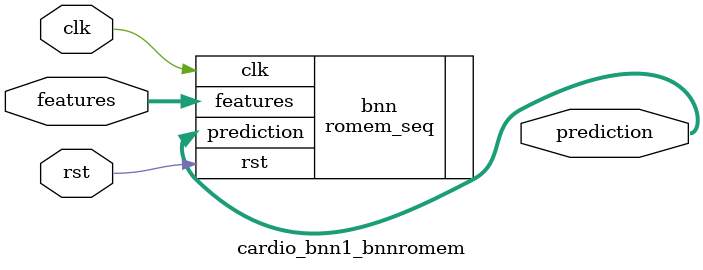
<source format=v>













module cardio_bnn1_bnnromem #(

parameter FEAT_CNT = 19,
parameter HIDDEN_CNT = 40,
parameter FEAT_BITS = 4,
parameter CLASS_CNT = 3,
parameter TEST_CNT = 1000


  ) (
  input clk,
  input rst,
  input [FEAT_CNT*FEAT_BITS-1:0] features,
  output [$clog2(CLASS_CNT)-1:0] prediction
  );

  localparam Weights0 = 760'b0000011011111100100011101010010000101011000001110111011001000001001000110000111101101000110100100011001000110001010010010100000010100011010111011011101110101010101110011100110100000011000000001011000010110101111110000101100111100000111010111101011100000011110111010000010010010110100011110010111010100010011000001100011000110011100010000001000111001010111001010110100000001000000110000111000100001010011111100000111010111000011011010101001110100100001011101110010000010010101000111101011000101100000000011011101000010000000110011110101001111111001000110000000101001000011000101001101010101011101101011010101100110010001111011001000101101100110001101001000010001110101101101101101110101100101111000110001001010100100101000101011100100101010100111101000110101011 ;
  localparam Weights1 = 120'b101010000001111100000011001000100011100111001011000110110011011101101001101001110100101100111001001101110110000110110011 ;

  romem_seq #(.FEAT_CNT(FEAT_CNT),.FEAT_BITS(FEAT_BITS),.HIDDEN_CNT(HIDDEN_CNT),.CLASS_CNT(CLASS_CNT),.Weights0(Weights0),.Weights1(Weights1)) bnn (
    .clk(clk),
    .rst(rst),
    .features(features),
    .prediction(prediction)
  );

endmodule

</source>
